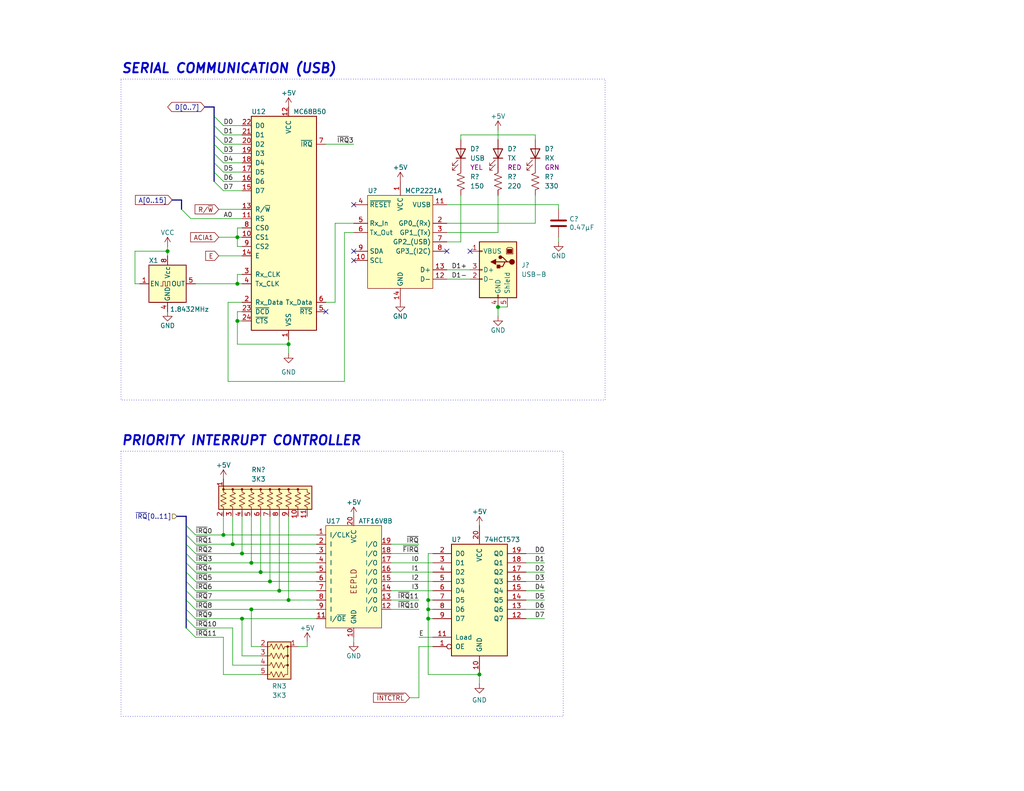
<source format=kicad_sch>
(kicad_sch (version 20230121) (generator eeschema)
  (paper "USLetter")
  (title_block (title "ACIA and Priority Interrupt Controller") (date "2024-01-16") (rev "1.0") (company "Frédéric Segard") (comment 1 "MicroHobbyist") (comment 2 "microhobbyist.com"))
  (lib_symbols
    (symbol "+5V_1" (power) (pin_names (offset 0))
      (property "Value" "+5V_1" (at 0 3.556 0))
      (symbol "+5V_1_0_1"
        (polyline (pts (xy -0.762 1.27) (xy 0 2.54)))
        (polyline (pts (xy 0 0) (xy 0 2.54)))
        (polyline (pts (xy 0 2.54) (xy 0.762 1.27)))
      )
      (symbol "+5V_1_1_1"
        (pin power_in line (at 0 0 90) (length 0) hide (name "+5V") (number "1"))
      )
    )
    (symbol "0_Library:ATF16V8B" (pin_names (offset 1.016))
      (property "Reference" "U" (at -7.62 0 0))
      (property "Value" "ATF16V8B" (at 1.27 0 0))
      (symbol "ATF16V8B_0_0"
        (text "EEPLD" (at 0 -16.51 900) (effects (font (size 1.4986 1.4986))))
      )
      (symbol "ATF16V8B_0_1"
        (rectangle (start -7.62 -1.27) (end 7.62 -29.21) (fill (type background)))
      )
      (symbol "ATF16V8B_1_1"
        (pin input line (at -10.16 -3.81 0) (length 2.54) (name "I/CLK") (number "1"))
        (pin power_in line (at 0 -31.75 90) (length 2.54) (name "GND") (number "10"))
        (pin input line (at -10.16 -26.67 0) (length 2.54) (name "I/~{OE}") (number "11"))
        (pin bidirectional line (at 10.16 -24.13 180) (length 2.54) (name "I/O") (number "12"))
        (pin bidirectional line (at 10.16 -21.59 180) (length 2.54) (name "I/O") (number "13"))
        (pin bidirectional line (at 10.16 -19.05 180) (length 2.54) (name "I/O") (number "14"))
        (pin bidirectional line (at 10.16 -16.51 180) (length 2.54) (name "I/O") (number "15"))
        (pin bidirectional line (at 10.16 -13.97 180) (length 2.54) (name "I/O") (number "16"))
        (pin bidirectional line (at 10.16 -11.43 180) (length 2.54) (name "I/O") (number "17"))
        (pin bidirectional line (at 10.16 -8.89 180) (length 2.54) (name "I/O") (number "18"))
        (pin bidirectional line (at 10.16 -6.35 180) (length 2.54) (name "I/O") (number "19"))
        (pin input line (at -10.16 -6.35 0) (length 2.54) (name "I") (number "2"))
        (pin power_in line (at 0 1.27 270) (length 2.54) (name "VCC") (number "20"))
        (pin input line (at -10.16 -8.89 0) (length 2.54) (name "I") (number "3"))
        (pin input line (at -10.16 -11.43 0) (length 2.54) (name "I") (number "4"))
        (pin input line (at -10.16 -13.97 0) (length 2.54) (name "I") (number "5"))
        (pin input line (at -10.16 -16.51 0) (length 2.54) (name "I") (number "6"))
        (pin input line (at -10.16 -19.05 0) (length 2.54) (name "I") (number "7"))
        (pin input line (at -10.16 -21.59 0) (length 2.54) (name "I") (number "8"))
        (pin input line (at -10.16 -24.13 0) (length 2.54) (name "I") (number "9"))
      )
    )
    (symbol "0_Library:MCP2221A"
      (property "Reference" "U" (at -10.16 1.27 0))
      (property "Value" "MCP2221A" (at 1.27 1.27 0))
      (symbol "MCP2221A_0_1"
        (rectangle (start -8.89 0) (end 8.89 -25.4) (stroke (width 0.1524)) (fill (type background)))
      )
      (symbol "MCP2221A_1_1"
        (pin power_in line (at 0 3.81 270) (length 3.81) (name "VCC") (number "1"))
        (pin bidirectional line (at -12.7 -17.78 0) (length 3.81) (name "SCL") (number "10"))
        (pin power_out line (at 12.7 -2.54 180) (length 3.81) (name "VUSB") (number "11"))
        (pin bidirectional line (at 12.7 -22.86 180) (length 3.81) (name "D-") (number "12"))
        (pin bidirectional line (at 12.7 -20.32 180) (length 3.81) (name "D+") (number "13"))
        (pin power_in line (at 0 -29.21 90) (length 3.81) (name "GND") (number "14"))
        (pin bidirectional line (at 12.7 -7.62 180) (length 3.81) (name "GP0_(Rx)") (number "2"))
        (pin bidirectional line (at 12.7 -10.16 180) (length 3.81) (name "GP1_(Tx)") (number "3"))
        (pin input line (at -12.7 -2.54 0) (length 3.81) (name "~{RESET}") (number "4"))
        (pin input line (at -12.7 -7.62 0) (length 3.81) (name "Rx_In") (number "5"))
        (pin output line (at -12.7 -10.16 0) (length 3.81) (name "Tx_Out") (number "6"))
        (pin bidirectional line (at 12.7 -12.7 180) (length 3.81) (name "GP2_(USB)") (number "7"))
        (pin bidirectional line (at 12.7 -15.24 180) (length 3.81) (name "GP3_(I2C)") (number "8"))
        (pin bidirectional line (at -12.7 -15.24 0) (length 3.81) (name "SDA") (number "9"))
      )
    )
    (symbol "74xx:74LS573" (pin_names (offset 1.016))
      (property "Reference" "U" (at -7.62 16.51 0))
      (property "Value" "74LS573" (at -7.62 -16.51 0))
      (symbol "74LS573_1_0"
        (pin input inverted (at -12.7 -12.7 0) (length 5.08) (name "OE") (number "1"))
        (pin power_in line (at 0 -20.32 90) (length 5.08) (name "GND") (number "10"))
        (pin input line (at -12.7 -10.16 0) (length 5.08) (name "Load") (number "11"))
        (pin tri_state line (at 12.7 -5.08 180) (length 5.08) (name "Q7") (number "12"))
        (pin tri_state line (at 12.7 -2.54 180) (length 5.08) (name "Q6") (number "13"))
        (pin tri_state line (at 12.7 0 180) (length 5.08) (name "Q5") (number "14"))
        (pin tri_state line (at 12.7 2.54 180) (length 5.08) (name "Q4") (number "15"))
        (pin tri_state line (at 12.7 5.08 180) (length 5.08) (name "Q3") (number "16"))
        (pin tri_state line (at 12.7 7.62 180) (length 5.08) (name "Q2") (number "17"))
        (pin tri_state line (at 12.7 10.16 180) (length 5.08) (name "Q1") (number "18"))
        (pin tri_state line (at 12.7 12.7 180) (length 5.08) (name "Q0") (number "19"))
        (pin input line (at -12.7 12.7 0) (length 5.08) (name "D0") (number "2"))
        (pin power_in line (at 0 20.32 270) (length 5.08) (name "VCC") (number "20"))
        (pin input line (at -12.7 10.16 0) (length 5.08) (name "D1") (number "3"))
        (pin input line (at -12.7 7.62 0) (length 5.08) (name "D2") (number "4"))
        (pin input line (at -12.7 5.08 0) (length 5.08) (name "D3") (number "5"))
        (pin input line (at -12.7 2.54 0) (length 5.08) (name "D4") (number "6"))
        (pin input line (at -12.7 0 0) (length 5.08) (name "D5") (number "7"))
        (pin input line (at -12.7 -2.54 0) (length 5.08) (name "D6") (number "8"))
        (pin input line (at -12.7 -5.08 0) (length 5.08) (name "D7") (number "9"))
      )
      (symbol "74LS573_1_1"
        (rectangle (start -7.62 15.24) (end 7.62 -15.24) (stroke (width 0.254)) (fill (type background)))
      )
    )
    (symbol "Connector:USB_B" (pin_names (offset 1.016))
      (property "Reference" "J" (at -5.08 11.43 0))
      (property "Value" "USB_B" (at -5.08 8.89 0))
      (symbol "USB_B_0_1"
        (rectangle (start -5.08 -7.62) (end 5.08 7.62) (stroke (width 0.254)) (fill (type background)))
        (circle (center -3.81 2.159) (radius 0.635) (stroke (width 0.254)) (fill (type outline)))
        (rectangle (start -3.81 5.588) (end -2.54 4.572) (fill (type outline)))
        (circle (center -0.635 3.429) (radius 0.381) (stroke (width 0.254)) (fill (type outline)))
        (rectangle (start -0.127 -7.62) (end 0.127 -6.858))
        (polyline (pts (xy -1.905 2.159) (xy 0.635 2.159)) (stroke (width 0.254)))
        (polyline (pts (xy -3.175 2.159) (xy -2.54 2.159) (xy -1.27 3.429) (xy -0.635 3.429)) (stroke (width 0.254)))
        (polyline (pts (xy -2.54 2.159) (xy -1.905 2.159) (xy -1.27 0.889) (xy 0 0.889)) (stroke (width 0.254)))
        (polyline (pts (xy 0.635 2.794) (xy 0.635 1.524) (xy 1.905 2.159) (xy 0.635 2.794)) (stroke (width 0.254)) (fill (type outline)))
        (polyline (pts (xy -4.064 4.318) (xy -2.286 4.318) (xy -2.286 5.715) (xy -2.667 6.096) (xy -3.683 6.096) (xy -4.064 5.715) (xy -4.064 4.318)))
        (rectangle (start 0.254 1.27) (end -0.508 0.508) (stroke (width 0.254)) (fill (type outline)))
        (rectangle (start 5.08 -2.667) (end 4.318 -2.413))
        (rectangle (start 5.08 -0.127) (end 4.318 0.127))
        (rectangle (start 5.08 4.953) (end 4.318 5.207))
      )
      (symbol "USB_B_1_1"
        (pin power_out line (at 7.62 5.08 180) (length 2.54) (name "VBUS") (number "1"))
        (pin bidirectional line (at 7.62 -2.54 180) (length 2.54) (name "D-") (number "2"))
        (pin bidirectional line (at 7.62 0 180) (length 2.54) (name "D+") (number "3"))
        (pin power_out line (at 0 -10.16 90) (length 2.54) (name "GND") (number "4"))
        (pin passive line (at -2.54 -10.16 90) (length 2.54) (name "Shield") (number "5"))
      )
    )
    (symbol "Device:C" (pin_numbers hide) (pin_names (offset 0.254))
      (property "Reference" "C" (at 0.635 2.54 0))
      (property "Value" "C" (at 0.635 -2.54 0))
      (symbol "C_0_1"
        (polyline (pts (xy -2.032 -0.762) (xy 2.032 -0.762)) (stroke (width 0.508)))
        (polyline (pts (xy -2.032 0.762) (xy 2.032 0.762)) (stroke (width 0.508)))
      )
      (symbol "C_1_1"
        (pin passive line (at 0 3.81 270) (length 2.794) (name "~") (number "1"))
        (pin passive line (at 0 -3.81 90) (length 2.794) (name "~") (number "2"))
      )
    )
    (symbol "Device:LED" (pin_numbers hide) (pin_names (offset 1.016) hide)
      (property "Reference" "D" (at 0 2.54 0))
      (property "Value" "LED" (at 0 -2.54 0))
      (symbol "LED_0_1"
        (polyline (pts (xy -1.27 -1.27) (xy -1.27 1.27)) (stroke (width 0.254)))
        (polyline (pts (xy -1.27 0) (xy 1.27 0)))
        (polyline (pts (xy 1.27 -1.27) (xy 1.27 1.27) (xy -1.27 0) (xy 1.27 -1.27)) (stroke (width 0.254)))
        (polyline (pts (xy -3.048 -0.762) (xy -4.572 -2.286) (xy -3.81 -2.286) (xy -4.572 -2.286) (xy -4.572 -1.524)))
        (polyline (pts (xy -1.778 -0.762) (xy -3.302 -2.286) (xy -2.54 -2.286) (xy -3.302 -2.286) (xy -3.302 -1.524)))
      )
      (symbol "LED_1_1"
        (pin passive line (at -3.81 0 0) (length 2.54) (name "K") (number "1"))
        (pin passive line (at 3.81 0 180) (length 2.54) (name "A") (number "2"))
      )
    )
    (symbol "Device:R_Network04_US" (pin_names (offset 0) hide)
      (property "Reference" "RN" (at -7.62 0 90))
      (property "Value" "R_Network04_US" (at 5.08 0 90))
      (symbol "R_Network04_US_0_1"
        (rectangle (start -6.35 -3.175) (end 3.81 3.175) (stroke (width 0.254)) (fill (type background)))
        (circle (center -5.08 2.286) (radius 0.254) (fill (type outline)))
        (circle (center -2.54 2.286) (radius 0.254) (fill (type outline)))
        (polyline (pts (xy -5.08 2.286) (xy 2.54 2.286)))
        (polyline (pts (xy -5.08 2.286) (xy -5.08 1.524) (xy -4.318 1.1684) (xy -5.842 0.508) (xy -4.318 -0.1524) (xy -5.842 -0.8382) (xy -4.318 -1.524) (xy -5.842 -2.1844) (xy -5.08 -2.54) (xy -5.08 -3.81)))
        (polyline (pts (xy -2.54 2.286) (xy -2.54 1.524) (xy -1.778 1.1684) (xy -3.302 0.508) (xy -1.778 -0.1524) (xy -3.302 -0.8382) (xy -1.778 -1.524) (xy -3.302 -2.1844) (xy -2.54 -2.54) (xy -2.54 -3.81)))
        (polyline (pts (xy 0 2.286) (xy 0 1.524) (xy 0.762 1.1684) (xy -0.762 0.508) (xy 0.762 -0.1524) (xy -0.762 -0.8382) (xy 0.762 -1.524) (xy -0.762 -2.1844) (xy 0 -2.54) (xy 0 -3.81)))
        (polyline (pts (xy 2.54 2.286) (xy 2.54 1.524) (xy 3.302 1.1684) (xy 1.778 0.508) (xy 3.302 -0.1524) (xy 1.778 -0.8382) (xy 3.302 -1.524) (xy 1.778 -2.1844) (xy 2.54 -2.54) (xy 2.54 -3.81)))
        (circle (center 0 2.286) (radius 0.254) (fill (type outline)))
      )
      (symbol "R_Network04_US_1_1"
        (pin passive line (at -5.08 5.08 270) (length 2.54) (name "common") (number "1"))
        (pin passive line (at -5.08 -5.08 90) (length 1.27) (name "R1") (number "2"))
        (pin passive line (at -2.54 -5.08 90) (length 1.27) (name "R2") (number "3"))
        (pin passive line (at 0 -5.08 90) (length 1.27) (name "R3") (number "4"))
        (pin passive line (at 2.54 -5.08 90) (length 1.27) (name "R4") (number "5"))
      )
    )
    (symbol "Device:R_Network10_US" (pin_names (offset 0) hide)
      (property "Reference" "RN" (at -15.24 0 90))
      (property "Value" "R_Network10_US" (at 12.7 0 90))
      (symbol "R_Network10_US_0_1"
        (rectangle (start -13.97 -3.175) (end 11.43 3.175) (stroke (width 0.254)) (fill (type background)))
        (circle (center -12.7 2.286) (radius 0.254) (fill (type outline)))
        (circle (center -10.16 2.286) (radius 0.254) (fill (type outline)))
        (circle (center -7.62 2.286) (radius 0.254) (fill (type outline)))
        (circle (center -5.08 2.286) (radius 0.254) (fill (type outline)))
        (circle (center -2.54 2.286) (radius 0.254) (fill (type outline)))
        (polyline (pts (xy -12.7 2.286) (xy 10.16 2.286)))
        (polyline (pts (xy -12.7 2.286) (xy -12.7 1.524) (xy -11.938 1.1684) (xy -13.462 0.508) (xy -11.938 -0.1524) (xy -13.462 -0.8382) (xy -11.938 -1.524) (xy -13.462 -2.1844) (xy -12.7 -2.54) (xy -12.7 -3.81)))
        (polyline (pts (xy -10.16 2.286) (xy -10.16 1.524) (xy -9.398 1.1684) (xy -10.922 0.508) (xy -9.398 -0.1524) (xy -10.922 -0.8382) (xy -9.398 -1.524) (xy -10.922 -2.1844) (xy -10.16 -2.54) (xy -10.16 -3.81)))
        (polyline (pts (xy -7.62 2.286) (xy -7.62 1.524) (xy -6.858 1.1684) (xy -8.382 0.508) (xy -6.858 -0.1524) (xy -8.382 -0.8382) (xy -6.858 -1.524) (xy -8.382 -2.1844) (xy -7.62 -2.54) (xy -7.62 -3.81)))
        (polyline (pts (xy -5.08 2.286) (xy -5.08 1.524) (xy -4.318 1.1684) (xy -5.842 0.508) (xy -4.318 -0.1524) (xy -5.842 -0.8382) (xy -4.318 -1.524) (xy -5.842 -2.1844) (xy -5.08 -2.54) (xy -5.08 -3.81)))
        (polyline (pts (xy -2.54 2.286) (xy -2.54 1.524) (xy -1.778 1.1684) (xy -3.302 0.508) (xy -1.778 -0.1524) (xy -3.302 -0.8382) (xy -1.778 -1.524) (xy -3.302 -2.1844) (xy -2.54 -2.54) (xy -2.54 -3.81)))
        (polyline (pts (xy 0 2.286) (xy 0 1.524) (xy 0.762 1.1684) (xy -0.762 0.508) (xy 0.762 -0.1524) (xy -0.762 -0.8382) (xy 0.762 -1.524) (xy -0.762 -2.1844) (xy 0 -2.54) (xy 0 -3.81)))
        (polyline (pts (xy 2.54 2.286) (xy 2.54 1.524) (xy 3.302 1.1684) (xy 1.778 0.508) (xy 3.302 -0.1524) (xy 1.778 -0.8382) (xy 3.302 -1.524) (xy 1.778 -2.1844) (xy 2.54 -2.54) (xy 2.54 -3.81)))
        (polyline (pts (xy 5.08 2.286) (xy 5.08 1.524) (xy 5.842 1.1684) (xy 4.318 0.508) (xy 5.842 -0.1524) (xy 4.318 -0.8382) (xy 5.842 -1.524) (xy 4.318 -2.1844) (xy 5.08 -2.54) (xy 5.08 -3.81)))
        (polyline (pts (xy 7.62 2.286) (xy 7.62 1.524) (xy 8.382 1.1684) (xy 6.858 0.508) (xy 8.382 -0.1524) (xy 6.858 -0.8382) (xy 8.382 -1.524) (xy 6.858 -2.1844) (xy 7.62 -2.54) (xy 7.62 -3.81)))
        (polyline (pts (xy 10.16 2.286) (xy 10.16 1.524) (xy 10.922 1.1684) (xy 9.398 0.508) (xy 10.922 -0.1524) (xy 9.398 -0.8382) (xy 10.922 -1.524) (xy 9.398 -2.1844) (xy 10.16 -2.54) (xy 10.16 -3.81)))
        (circle (center 0 2.286) (radius 0.254) (fill (type outline)))
        (circle (center 2.54 2.286) (radius 0.254) (fill (type outline)))
        (circle (center 5.08 2.286) (radius 0.254) (fill (type outline)))
        (circle (center 7.62 2.286) (radius 0.254) (fill (type outline)))
      )
      (symbol "R_Network10_US_1_1"
        (pin passive line (at -12.7 5.08 270) (length 2.54) (name "common") (number "1"))
        (pin passive line (at 7.62 -5.08 90) (length 1.27) (name "R9") (number "10"))
        (pin passive line (at 10.16 -5.08 90) (length 1.27) (name "R10") (number "11"))
        (pin passive line (at -12.7 -5.08 90) (length 1.27) (name "R1") (number "2"))
        (pin passive line (at -10.16 -5.08 90) (length 1.27) (name "R2") (number "3"))
        (pin passive line (at -7.62 -5.08 90) (length 1.27) (name "R3") (number "4"))
        (pin passive line (at -5.08 -5.08 90) (length 1.27) (name "R4") (number "5"))
        (pin passive line (at -2.54 -5.08 90) (length 1.27) (name "R5") (number "6"))
        (pin passive line (at 0 -5.08 90) (length 1.27) (name "R6") (number "7"))
        (pin passive line (at 2.54 -5.08 90) (length 1.27) (name "R7") (number "8"))
        (pin passive line (at 5.08 -5.08 90) (length 1.27) (name "R8") (number "9"))
      )
    )
    (symbol "Device:R_US" (pin_numbers hide) (pin_names (offset 0))
      (property "Reference" "R" (at 2.54 0 90))
      (property "Value" "R_US" (at -2.54 0 90))
      (symbol "R_US_0_1"
        (polyline (pts (xy 0 -2.286) (xy 0 -2.54)))
        (polyline (pts (xy 0 2.286) (xy 0 2.54)))
        (polyline (pts (xy 0 -0.762) (xy 1.016 -1.143) (xy 0 -1.524) (xy -1.016 -1.905) (xy 0 -2.286)))
        (polyline (pts (xy 0 0.762) (xy 1.016 0.381) (xy 0 0) (xy -1.016 -0.381) (xy 0 -0.762)))
        (polyline (pts (xy 0 2.286) (xy 1.016 1.905) (xy 0 1.524) (xy -1.016 1.143) (xy 0 0.762)))
      )
      (symbol "R_US_1_1"
        (pin passive line (at 0 3.81 270) (length 1.27) (name "~") (number "1"))
        (pin passive line (at 0 -3.81 90) (length 1.27) (name "~") (number "2"))
      )
    )
    (symbol "GND_1" (power) (pin_names (offset 0))
      (property "Value" "GND_1" (at 0 -3.81 0))
      (symbol "GND_1_0_1"
        (polyline (pts (xy 0 0) (xy 0 -1.27) (xy 1.27 -1.27) (xy 0 -2.54) (xy -1.27 -1.27) (xy 0 -1.27)))
      )
      (symbol "GND_1_1_1"
        (pin power_in line (at 0 0 270) (length 0) hide (name "GND") (number "1"))
      )
    )
    (symbol "Interface_UART:MC68B50" (pin_names (offset 1.016))
      (property "Reference" "U" (at -7.366 31.75 0))
      (property "Value" "MC68B50" (at 10.414 31.75 0))
      (symbol "MC68B50_1_1"
        (rectangle (start -10.16 -27.94) (end 7.62 30.48) (stroke (width 0.254)) (fill (type background)))
        (pin power_in line (at 0 -30.48 90) (length 2.54) (name "VSS") (number "1"))
        (pin input line (at -12.7 -2.54 0) (length 2.54) (name "CS1") (number "10"))
        (pin input line (at -12.7 2.54 0) (length 2.54) (name "RS") (number "11"))
        (pin power_in line (at 0 33.02 270) (length 2.54) (name "VCC") (number "12"))
        (pin input line (at -12.7 5.08 0) (length 2.54) (name "R/~{W}") (number "13"))
        (pin input line (at -12.7 -7.62 0) (length 2.54) (name "E") (number "14"))
        (pin bidirectional line (at -12.7 10.16 0) (length 2.54) (name "D7") (number "15"))
        (pin bidirectional line (at -12.7 12.7 0) (length 2.54) (name "D6") (number "16"))
        (pin bidirectional line (at -12.7 15.24 0) (length 2.54) (name "D5") (number "17"))
        (pin bidirectional line (at -12.7 17.78 0) (length 2.54) (name "D4") (number "18"))
        (pin bidirectional line (at -12.7 20.32 0) (length 2.54) (name "D3") (number "19"))
        (pin input line (at -12.7 -20.32 0) (length 2.54) (name "Rx_Data") (number "2"))
        (pin bidirectional line (at -12.7 22.86 0) (length 2.54) (name "D2") (number "20"))
        (pin bidirectional line (at -12.7 25.4 0) (length 2.54) (name "D1") (number "21"))
        (pin bidirectional line (at -12.7 27.94 0) (length 2.54) (name "D0") (number "22"))
        (pin input line (at -12.7 -22.86 0) (length 2.54) (name "~{DCD}") (number "23"))
        (pin input line (at -12.7 -25.4 0) (length 2.54) (name "~{CTS}") (number "24"))
        (pin input line (at -12.7 -12.7 0) (length 2.54) (name "Rx_CLK") (number "3"))
        (pin input line (at -12.7 -15.24 0) (length 2.54) (name "Tx_CLK") (number "4"))
        (pin output line (at 10.16 -22.86 180) (length 2.54) (name "~{RTS}") (number "5"))
        (pin output line (at 10.16 -20.32 180) (length 2.54) (name "Tx_Data") (number "6"))
        (pin output line (at 10.16 22.86 180) (length 2.54) (name "~{IRQ}") (number "7"))
        (pin input line (at -12.7 0 0) (length 2.54) (name "CS0") (number "8"))
        (pin input line (at -12.7 -5.08 0) (length 2.54) (name "CS2") (number "9"))
      )
    )
    (symbol "Oscillator:CXO_DIP8" (pin_names (offset 0.254))
      (property "Reference" "X" (at -5.08 6.35 0))
      (property "Value" "CXO_DIP8" (at 1.27 -6.35 0))
      (symbol "CXO_DIP8_0_1"
        (rectangle (start -5.08 5.08) (end 5.08 -5.08) (stroke (width 0.254)) (fill (type background)))
        (polyline (pts (xy -1.905 -0.635) (xy -1.27 -0.635) (xy -1.27 0.635) (xy -0.635 0.635) (xy -0.635 -0.635) (xy 0 -0.635) (xy 0 0.635) (xy 0.635 0.635) (xy 0.635 -0.635)))
      )
      (symbol "CXO_DIP8_1_1"
        (pin input line (at -7.62 0 0) (length 2.54) (name "EN") (number "1"))
        (pin power_in line (at 0 -7.62 90) (length 2.54) (name "GND") (number "4"))
        (pin output line (at 7.62 0 180) (length 2.54) (name "OUT") (number "5"))
        (pin power_in line (at 0 7.62 270) (length 2.54) (name "Vcc") (number "8"))
      )
    )
    (symbol "power:GND" (power) (pin_names (offset 0))
      (property "Value" "GND" (at 0 -3.81 0))
      (symbol "GND_0_1"
        (polyline (pts (xy 0 0) (xy 0 -1.27) (xy 1.27 -1.27) (xy 0 -2.54) (xy -1.27 -1.27) (xy 0 -1.27)))
      )
      (symbol "GND_1_1"
        (pin power_in line (at 0 0 270) (length 0) hide (name "GND") (number "1"))
      )
    )
    (symbol "power:VCC" (power) (pin_names (offset 0))
      (property "Value" "VCC" (at 0 3.81 0))
      (symbol "VCC_0_1"
        (polyline (pts (xy -0.762 1.27) (xy 0 2.54)))
        (polyline (pts (xy 0 0) (xy 0 2.54)))
        (polyline (pts (xy 0 2.54) (xy 0.762 1.27)))
      )
      (symbol "VCC_1_1"
        (pin power_in line (at 0 0 90) (length 0) hide (name "VCC") (number "1"))
      )
    )
  )
  (junction (at 78.74 93.98))
  (junction (at 68.58 166.37))
  (junction (at 116.84 166.37))
  (junction (at 71.12 156.21))
  (junction (at 78.74 163.83))
  (junction (at 45.72 68.58))
  (junction (at 66.04 151.13))
  (junction (at 130.81 184.15))
  (junction (at 116.84 163.83))
  (junction (at 66.04 168.91))
  (junction (at 68.58 153.67))
  (junction (at 64.77 87.63))
  (junction (at 73.66 158.75))
  (junction (at 135.89 83.82))
  (junction (at 76.2 161.29))
  (junction (at 116.84 168.91))
  (junction (at 64.77 77.47))
  (junction (at 60.96 146.05))
  (junction (at 64.77 64.77))
  (junction (at 63.5 148.59))
  (no_connect (at 96.52 68.58))
  (no_connect (at 128.27 68.58))
  (no_connect (at 96.52 71.12))
  (no_connect (at 88.9 85.09))
  (no_connect (at 96.52 55.88))
  (no_connect (at 121.92 68.58))
  (bus_entry (at 58.42 46.99) (size 2.54 2.54))
  (bus_entry (at 50.8 156.21) (size 2.54 2.54))
  (bus_entry (at 50.8 153.67) (size 2.54 2.54))
  (bus_entry (at 50.8 158.75) (size 2.54 2.54))
  (bus_entry (at 58.42 44.45) (size 2.54 2.54))
  (bus_entry (at 50.8 151.13) (size 2.54 2.54))
  (bus_entry (at 50.8 163.83) (size 2.54 2.54))
  (bus_entry (at 50.8 166.37) (size 2.54 2.54))
  (bus_entry (at 58.42 49.53) (size 2.54 2.54))
  (bus_entry (at 50.8 171.45) (size 2.54 2.54))
  (bus_entry (at 50.8 168.91) (size 2.54 2.54))
  (bus_entry (at 58.42 34.29) (size 2.54 2.54))
  (bus_entry (at 58.42 41.91) (size 2.54 2.54))
  (bus_entry (at 50.8 148.59) (size 2.54 2.54))
  (bus_entry (at 58.42 36.83) (size 2.54 2.54))
  (bus_entry (at 58.42 31.75) (size 2.54 2.54))
  (bus_entry (at 50.8 161.29) (size 2.54 2.54))
  (bus_entry (at 50.8 146.05) (size 2.54 2.54))
  (bus_entry (at 58.42 39.37) (size 2.54 2.54))
  (bus_entry (at 50.8 143.51) (size 2.54 2.54))
  (bus_entry (at 49.53 57.15) (size 2.54 2.54))
  (wire (pts (xy 60.96 46.99) (xy 66.04 46.99)))
  (wire (pts (xy 36.83 77.47) (xy 36.83 68.58)))
  (wire (pts (xy 78.74 93.98) (xy 78.74 96.52)))
  (bus (pts (xy 50.8 168.91) (xy 50.8 171.45)))
  (wire (pts (xy 64.77 64.77) (xy 66.04 64.77)))
  (bus (pts (xy 58.42 34.29) (xy 58.42 31.75)))
  (wire (pts (xy 53.34 153.67) (xy 68.58 153.67)))
  (wire (pts (xy 60.96 184.15) (xy 60.96 173.99)))
  (wire (pts (xy 68.58 166.37) (xy 86.36 166.37)))
  (wire (pts (xy 146.05 36.83) (xy 146.05 38.1)))
  (wire (pts (xy 64.77 93.98) (xy 78.74 93.98)))
  (wire (pts (xy 116.84 166.37) (xy 118.11 166.37)))
  (wire (pts (xy 66.04 168.91) (xy 86.36 168.91)))
  (wire (pts (xy 53.34 161.29) (xy 76.2 161.29)))
  (wire (pts (xy 71.12 156.21) (xy 86.36 156.21)))
  (wire (pts (xy 106.68 161.29) (xy 118.11 161.29)))
  (wire (pts (xy 62.23 82.55) (xy 66.04 82.55)))
  (wire (pts (xy 53.34 171.45) (xy 63.5 171.45)))
  (wire (pts (xy 106.68 148.59) (xy 114.3 148.59)))
  (bus (pts (xy 50.8 163.83) (xy 50.8 166.37)))
  (wire (pts (xy 111.76 190.5) (xy 114.3 190.5)))
  (wire (pts (xy 63.5 140.97) (xy 63.5 148.59)))
  (wire (pts (xy 71.12 140.97) (xy 71.12 156.21)))
  (bus (pts (xy 55.88 29.21) (xy 58.42 29.21)))
  (bus (pts (xy 58.42 46.99) (xy 58.42 44.45)))
  (wire (pts (xy 53.34 173.99) (xy 60.96 173.99)))
  (wire (pts (xy 60.96 36.83) (xy 66.04 36.83)))
  (bus (pts (xy 58.42 36.83) (xy 58.42 34.29)))
  (wire (pts (xy 78.74 140.97) (xy 78.74 163.83)))
  (wire (pts (xy 66.04 87.63) (xy 64.77 87.63)))
  (wire (pts (xy 125.73 36.83) (xy 125.73 38.1)))
  (wire (pts (xy 118.11 151.13) (xy 116.84 151.13)))
  (wire (pts (xy 91.44 82.55) (xy 91.44 60.96)))
  (wire (pts (xy 93.98 63.5) (xy 96.52 63.5)))
  (bus (pts (xy 58.42 49.53) (xy 58.42 46.99)))
  (wire (pts (xy 146.05 60.96) (xy 146.05 53.34)))
  (wire (pts (xy 59.69 57.15) (xy 66.04 57.15)))
  (wire (pts (xy 66.04 151.13) (xy 86.36 151.13)))
  (wire (pts (xy 143.51 166.37) (xy 148.59 166.37)))
  (wire (pts (xy 63.5 148.59) (xy 86.36 148.59)))
  (wire (pts (xy 116.84 184.15) (xy 130.81 184.15)))
  (wire (pts (xy 114.3 173.99) (xy 118.11 173.99)))
  (wire (pts (xy 60.96 34.29) (xy 66.04 34.29)))
  (wire (pts (xy 68.58 166.37) (xy 68.58 176.53)))
  (wire (pts (xy 71.12 179.07) (xy 66.04 179.07)))
  (bus (pts (xy 50.8 166.37) (xy 50.8 168.91)))
  (wire (pts (xy 135.89 83.82) (xy 135.89 86.36)))
  (wire (pts (xy 53.34 158.75) (xy 73.66 158.75)))
  (wire (pts (xy 71.12 181.61) (xy 63.5 181.61)))
  (bus (pts (xy 50.8 161.29) (xy 50.8 163.83)))
  (wire (pts (xy 143.51 151.13) (xy 148.59 151.13)))
  (wire (pts (xy 60.96 39.37) (xy 66.04 39.37)))
  (wire (pts (xy 143.51 161.29) (xy 148.59 161.29)))
  (wire (pts (xy 78.74 93.98) (xy 78.74 92.71)))
  (bus (pts (xy 50.8 148.59) (xy 50.8 146.05)))
  (wire (pts (xy 116.84 168.91) (xy 116.84 184.15)))
  (wire (pts (xy 76.2 140.97) (xy 76.2 161.29)))
  (bus (pts (xy 50.8 156.21) (xy 50.8 153.67)))
  (wire (pts (xy 38.1 77.47) (xy 36.83 77.47)))
  (bus (pts (xy 48.26 140.97) (xy 50.8 140.97)))
  (wire (pts (xy 60.96 41.91) (xy 66.04 41.91)))
  (bus (pts (xy 50.8 153.67) (xy 50.8 151.13)))
  (wire (pts (xy 60.96 146.05) (xy 86.36 146.05)))
  (wire (pts (xy 73.66 158.75) (xy 86.36 158.75)))
  (bus (pts (xy 50.8 146.05) (xy 50.8 143.51)))
  (wire (pts (xy 62.23 104.14) (xy 93.98 104.14)))
  (wire (pts (xy 143.51 158.75) (xy 148.59 158.75)))
  (wire (pts (xy 53.34 166.37) (xy 68.58 166.37)))
  (wire (pts (xy 121.92 73.66) (xy 128.27 73.66)))
  (wire (pts (xy 135.89 83.82) (xy 138.43 83.82)))
  (wire (pts (xy 45.72 68.58) (xy 45.72 69.85)))
  (wire (pts (xy 106.68 156.21) (xy 118.11 156.21)))
  (wire (pts (xy 68.58 153.67) (xy 86.36 153.67)))
  (wire (pts (xy 60.96 49.53) (xy 66.04 49.53)))
  (bus (pts (xy 50.8 143.51) (xy 50.8 140.97)))
  (wire (pts (xy 86.36 163.83) (xy 78.74 163.83)))
  (bus (pts (xy 58.42 44.45) (xy 58.42 41.91)))
  (wire (pts (xy 106.68 166.37) (xy 114.3 166.37)))
  (wire (pts (xy 64.77 87.63) (xy 64.77 85.09)))
  (wire (pts (xy 66.04 168.91) (xy 66.04 179.07)))
  (wire (pts (xy 125.73 53.34) (xy 125.73 66.04)))
  (wire (pts (xy 83.82 176.53) (xy 81.28 176.53)))
  (wire (pts (xy 68.58 140.97) (xy 68.58 153.67)))
  (wire (pts (xy 114.3 176.53) (xy 118.11 176.53)))
  (wire (pts (xy 62.23 104.14) (xy 62.23 82.55)))
  (wire (pts (xy 135.89 63.5) (xy 135.89 53.34)))
  (wire (pts (xy 121.92 60.96) (xy 146.05 60.96)))
  (bus (pts (xy 58.42 41.91) (xy 58.42 39.37)))
  (wire (pts (xy 60.96 140.97) (xy 60.96 146.05)))
  (wire (pts (xy 64.77 77.47) (xy 64.77 74.93)))
  (wire (pts (xy 64.77 67.31) (xy 64.77 64.77)))
  (wire (pts (xy 45.72 67.31) (xy 45.72 68.58)))
  (wire (pts (xy 64.77 74.93) (xy 66.04 74.93)))
  (wire (pts (xy 143.51 163.83) (xy 148.59 163.83)))
  (bus (pts (xy 50.8 151.13) (xy 50.8 148.59)))
  (bus (pts (xy 50.8 158.75) (xy 50.8 156.21)))
  (wire (pts (xy 106.68 158.75) (xy 118.11 158.75)))
  (wire (pts (xy 106.68 153.67) (xy 118.11 153.67)))
  (wire (pts (xy 143.51 153.67) (xy 148.59 153.67)))
  (wire (pts (xy 152.4 57.15) (xy 152.4 55.88)))
  (wire (pts (xy 52.07 59.69) (xy 66.04 59.69)))
  (wire (pts (xy 106.68 163.83) (xy 114.3 163.83)))
  (bus (pts (xy 58.42 31.75) (xy 58.42 29.21)))
  (wire (pts (xy 53.34 156.21) (xy 71.12 156.21)))
  (wire (pts (xy 114.3 176.53) (xy 114.3 190.5)))
  (wire (pts (xy 116.84 168.91) (xy 118.11 168.91)))
  (wire (pts (xy 121.92 55.88) (xy 152.4 55.88)))
  (wire (pts (xy 143.51 168.91) (xy 148.59 168.91)))
  (wire (pts (xy 53.34 146.05) (xy 60.96 146.05)))
  (wire (pts (xy 91.44 60.96) (xy 96.52 60.96)))
  (wire (pts (xy 60.96 52.07) (xy 66.04 52.07)))
  (wire (pts (xy 66.04 77.47) (xy 64.77 77.47)))
  (wire (pts (xy 64.77 87.63) (xy 64.77 93.98)))
  (wire (pts (xy 71.12 184.15) (xy 60.96 184.15)))
  (wire (pts (xy 93.98 63.5) (xy 93.98 104.14)))
  (wire (pts (xy 36.83 68.58) (xy 45.72 68.58)))
  (wire (pts (xy 73.66 140.97) (xy 73.66 158.75)))
  (wire (pts (xy 53.34 148.59) (xy 63.5 148.59)))
  (bus (pts (xy 49.53 57.15) (xy 49.53 54.61)))
  (wire (pts (xy 53.34 163.83) (xy 78.74 163.83)))
  (wire (pts (xy 135.89 35.56) (xy 135.89 38.1)))
  (wire (pts (xy 63.5 181.61) (xy 63.5 171.45)))
  (wire (pts (xy 83.82 175.26) (xy 83.82 176.53)))
  (wire (pts (xy 116.84 163.83) (xy 118.11 163.83)))
  (wire (pts (xy 96.52 175.26) (xy 96.52 173.99)))
  (wire (pts (xy 116.84 151.13) (xy 116.84 163.83)))
  (wire (pts (xy 76.2 161.29) (xy 86.36 161.29)))
  (wire (pts (xy 53.34 168.91) (xy 66.04 168.91)))
  (wire (pts (xy 116.84 166.37) (xy 116.84 168.91)))
  (bus (pts (xy 50.8 161.29) (xy 50.8 158.75)))
  (wire (pts (xy 59.69 69.85) (xy 66.04 69.85)))
  (wire (pts (xy 71.12 176.53) (xy 68.58 176.53)))
  (wire (pts (xy 143.51 156.21) (xy 148.59 156.21)))
  (wire (pts (xy 88.9 39.37) (xy 96.52 39.37)))
  (wire (pts (xy 130.81 184.15) (xy 130.81 186.69)))
  (wire (pts (xy 88.9 82.55) (xy 91.44 82.55)))
  (wire (pts (xy 125.73 36.83) (xy 146.05 36.83)))
  (wire (pts (xy 66.04 67.31) (xy 64.77 67.31)))
  (wire (pts (xy 66.04 62.23) (xy 64.77 62.23)))
  (wire (pts (xy 53.34 151.13) (xy 66.04 151.13)))
  (wire (pts (xy 106.68 151.13) (xy 114.3 151.13)))
  (wire (pts (xy 121.92 66.04) (xy 125.73 66.04)))
  (wire (pts (xy 121.92 63.5) (xy 135.89 63.5)))
  (wire (pts (xy 64.77 85.09) (xy 66.04 85.09)))
  (wire (pts (xy 152.4 66.04) (xy 152.4 64.77)))
  (wire (pts (xy 53.34 77.47) (xy 64.77 77.47)))
  (wire (pts (xy 116.84 163.83) (xy 116.84 166.37)))
  (wire (pts (xy 60.96 44.45) (xy 66.04 44.45)))
  (bus (pts (xy 58.42 39.37) (xy 58.42 36.83)))
  (wire (pts (xy 121.92 76.2) (xy 128.27 76.2)))
  (wire (pts (xy 66.04 140.97) (xy 66.04 151.13)))
  (bus (pts (xy 46.99 54.61) (xy 49.53 54.61)))
  (wire (pts (xy 59.69 64.77) (xy 64.77 64.77)))
  (wire (pts (xy 64.77 62.23) (xy 64.77 64.77)))
  (rectangle (start 33.02 123.19) (end 153.67 195.58) (stroke (width 0) (type dot)))
  (rectangle (start 33.02 21.59) (end 165.1 109.22) (stroke (width 0) (type dot)))
  (text "PRIORITY INTERRUPT CONTROLLER" (at 33.02 121.92 0) (effects (font (size 2.54 2.54) (thickness 0.508) bold italic) (justify left bottom)))
  (text "SERIAL COMMUNICATION (USB)" (at 33.02 20.32 0) (effects (font (size 2.54 2.54) (thickness 0.508) bold italic) (justify left bottom)))
  (label "D1+" (at 123.19 73.66 0))
  (label "~{IRQ}8" (at 53.34 166.37 0))
  (label "~{IRQ}2" (at 53.34 151.13 0))
  (label "~{IRQ}4" (at 53.34 156.21 0))
  (label "D6" (at 148.59 166.37 180))
  (label "D5" (at 148.59 163.83 180))
  (label "I0" (at 114.3 153.67 180))
  (label "~{IRQ}11" (at 114.3 163.83 180))
  (label "~{IRQ}7" (at 53.34 163.83 0))
  (label "D6" (at 60.96 49.53 0))
  (label "~{IRQ}" (at 114.3 148.59 180))
  (label "D7" (at 148.59 168.91 180))
  (label "I3" (at 114.3 161.29 180))
  (label "~{IRQ}1" (at 53.34 148.59 0))
  (label "~{IRQ}9" (at 53.34 168.91 0))
  (label "D3" (at 60.96 41.91 0))
  (label "D5" (at 60.96 46.99 0))
  (label "A0" (at 60.96 59.69 0))
  (label "~{IRQ}10" (at 53.34 171.45 0))
  (label "~{FIRQ}" (at 114.3 151.13 180))
  (label "D4" (at 60.96 44.45 0))
  (label "D1-" (at 123.19 76.2 0))
  (label "D4" (at 148.59 161.29 180))
  (label "D1" (at 148.59 153.67 180))
  (label "I1" (at 114.3 156.21 180))
  (label "~{IRQ}5" (at 53.34 158.75 0))
  (label "D0" (at 148.59 151.13 180))
  (label "~{IRQ}11" (at 53.34 173.99 0))
  (label "I2" (at 114.3 158.75 180))
  (label "~{IRQ}10" (at 114.3 166.37 180))
  (label "D2" (at 148.59 156.21 180))
  (label "D1" (at 60.96 36.83 0))
  (label "D0" (at 60.96 34.29 0))
  (label "~{IRQ}0" (at 53.34 146.05 0))
  (label "D2" (at 60.96 39.37 0))
  (label "~{IRQ}3" (at 96.52 39.37 180))
  (label "E" (at 114.3 173.99 0))
  (label "D7" (at 60.96 52.07 0))
  (label "~{IRQ}3" (at 53.34 153.67 0))
  (label "D3" (at 148.59 158.75 180))
  (label "~{IRQ}6" (at 53.34 161.29 0))
  (global_label "D[0..7]" (shape bidirectional) (at 55.88 29.21 180) (property "Intersheetrefs" "${INTERSHEET_REFS}" (effects hide)))
  (global_label "E" (shape input) (at 59.69 69.85 180) (property "Intersheetrefs" "${INTERSHEET_REFS}" (effects hide)))
  (global_label "ACIA1" (shape input) (at 59.69 64.77 180) (property "Intersheetrefs" "${INTERSHEET_REFS}" (effects hide)))
  (global_label "A[0..15]" (shape input) (at 46.99 54.61 180) (property "Intersheetrefs" "${INTERSHEET_REFS}" (effects hide)))
  (global_label "R{slash}~{W}" (shape input) (at 59.69 57.15 180) (property "Intersheetrefs" "${INTERSHEET_REFS}" (effects hide)))
  (global_label "~{INTCTRL}" (shape input) (at 111.76 190.5 180) (property "Intersheetrefs" "${INTERSHEET_REFS}" (effects hide)))
  (hierarchical_label "~{IRQ}[0..11]" (shape input) (at 48.26 140.97 180))
  (symbol (lib_id "power:GND") (at 78.74 96.52 0) (unit 1)
    (property "Reference" "#PWR052" (effects hide))
    (property "Value" "GND" (at 78.74 101.6 0))
  )
  (symbol (lib_id "power:VCC") (at 45.72 67.31 0) (unit 1)
    (property "Reference" "#PWR021" (effects hide))
    (property "Value" "VCC" (at 45.72 63.5 0))
    (instances (project "Ep4 - ACIA and priority encoder" (path "" (reference "#PWR021") (unit 1)) (path "" (reference "#PWR053") (unit 1))))
  )
  (symbol (lib_id "Device:LED") (at 135.89 41.91 270) (mirror x) (unit 1)
    (property "Reference" "D?" (at 138.43 40.64 90) (effects (justify left)))
    (property "Value" "TX" (at 138.43 43.18 90) (effects (justify left)))
    (property "Footprint" "LED_THT:LED_D3.0mm_Horizontal_O1.27mm_Z2.0mm_Clear" (effects hide))
    (property "Color" "RED" (at 138.43 45.72 90) (effects (justify left)))
    (instances (project "1 - Main CPU board with basic peripherals (rev5)" (path "" (reference "D?") (unit 1))) (project "1 - Main CPU card with CTC, SIO and PIO" (path "" (reference "D?") (unit 1)) (path "" (reference "D?") (unit 1))) (project "4 - Quad serial" (path "" (reference "D9") (unit 1))) (project "Ep4 - ACIA and priority encoder" (path "" (reference "D4") (unit 1))))
  )
  (symbol (lib_name "GND_1") (lib_id "power:GND") (at 152.4 66.04 0) (unit 1)
    (property "Reference" "#PWR?" (effects hide))
    (property "Value" "GND" (at 152.4 69.85 0))
    (instances (project "1 - Main CPU board with basic peripherals (rev5)" (path "" (reference "#PWR?") (unit 1))) (project "2 - CPU and memory card with the essential peripherals" (path "" (reference "#PWR?") (unit 1))) (project "4 - Quad serial" (path "" (reference "#PWR?") (unit 1)) (path "" (reference "#PWR?") (unit 1)) (path "" (reference "#PWR051") (unit 1))) (project "Ep4 - ACIA and priority encoder" (path "" (reference "#PWR064") (unit 1))))
  )
  (symbol (lib_name "+5V_1") (lib_id "power:+5V") (at 83.82 175.26 0) (unit 1)
    (property "Reference" "#PWR?" (effects hide))
    (property "Value" "+5V" (at 83.82 171.45 0))
    (instances (project "1 - Main CPU board with basic peripherals (rev5)" (path "" (reference "#PWR?") (unit 1)) (path "" (reference "#PWR?") (unit 1))) (project "4 - Quad serial" (path "" (reference "#PWR04") (unit 1))) (project "Ep4 - ACIA and priority encoder" (path "" (reference "#PWR023") (unit 1))))
  )
  (symbol (lib_id "Device:R_US") (at 125.73 49.53 0) (mirror x) (unit 1)
    (property "Reference" "R?" (at 128.27 48.26 0) (effects (justify left)))
    (property "Value" "150" (at 128.27 50.8 0) (effects (justify left)))
    (property "Footprint" "Resistor_THT:R_Axial_DIN0207_L6.3mm_D2.5mm_P10.16mm_Horizontal" (effects hide))
    (instances (project "1 - Main CPU board with basic peripherals (rev5)" (path "" (reference "R?") (unit 1))) (project "1 - Main CPU card with CTC, SIO and PIO" (path "" (reference "R?") (unit 1)) (path "" (reference "R?") (unit 1))) (project "4 - Quad serial" (path "" (reference "R3") (unit 1))) (project "Ep4 - ACIA and priority encoder" (path "" (reference "R5") (unit 1))))
  )
  (symbol (lib_id "power:GND") (at 45.72 85.09 0) (unit 1)
    (property "Reference" "#PWR022" (effects hide))
    (property "Value" "GND" (at 45.72 88.9 0))
    (instances (project "Ep4 - ACIA and priority encoder" (path "" (reference "#PWR022") (unit 1)) (path "" (reference "#PWR054") (unit 1))))
  )
  (symbol (lib_id "0_Library:ATF16V8B") (at 96.52 142.24 0) (unit 1)
    (property "Reference" "U17" (at 88.9 142.24 0) (effects (justify left)))
    (property "Value" "ATF16V8B" (at 97.79 142.24 0) (effects (justify left)))
    (property "Footprint" "Package_DIP:DIP-20_W7.62mm_LongPads" (effects hide))
    (property "Datasheet" "http://ww1.microchip.com/downloads/en/DeviceDoc/Atmel-0364-PLD-ATF16V8B-8BQ-8BQL-Datasheet.pdf" (effects hide))
  )
  (symbol (lib_name "+5V_1") (lib_id "power:+5V") (at 130.81 143.51 0) (unit 1)
    (property "Reference" "#PWR?" (effects hide))
    (property "Value" "+5V" (at 130.81 139.7 0))
    (instances (project "1 - Main CPU board with basic peripherals (rev5)" (path "" (reference "#PWR?") (unit 1)) (path "" (reference "#PWR?") (unit 1))) (project "4 - Quad serial" (path "" (reference "#PWR06") (unit 1))) (project "Ep4 - ACIA and priority encoder" (path "" (reference "#PWR058") (unit 1))))
  )
  (symbol (lib_id "Device:R_Network04_US") (at 76.2 181.61 270) (unit 1)
    (property "Reference" "RN3" (at 76.2 187.325 90))
    (property "Value" "3K3" (at 76.2 189.865 90))
    (property "Footprint" "Resistor_THT:R_Array_SIP5" (effects hide))
    (property "Datasheet" "http://www.vishay.com/docs/31509/csc.pdf" (effects hide))
  )
  (symbol (lib_id "Device:R_Network10_US") (at 73.66 135.89 0) (unit 1)
    (property "Reference" "RN?" (at 68.58 128.27 0) (effects (justify left)))
    (property "Value" "3K3" (at 68.58 130.81 0) (effects (justify left)))
    (property "Footprint" "Resistor_THT:R_Array_SIP11" (effects hide))
    (property "Datasheet" "http://www.vishay.com/docs/31509/csc.pdf" (effects hide))
    (instances (project "1 - Main CPU board with basic peripherals (rev5)" (path "" (reference "RN?") (unit 1))) (project "4 - Quad serial" (path "" (reference "RN1") (unit 1))) (project "Ep4 - ACIA and priority encoder" (path "" (reference "RN2") (unit 1))))
  )
  (symbol (lib_name "+5V_1") (lib_id "power:+5V") (at 109.22 49.53 0) (unit 1)
    (property "Reference" "#PWR?" (effects hide))
    (property "Value" "+5V" (at 109.22 45.72 0))
    (instances (project "1 - Main CPU board with basic peripherals (rev5)" (path "" (reference "#PWR?") (unit 1))) (project "2 - CPU and memory card with the essential peripherals" (path "" (reference "#PWR?") (unit 1))) (project "4 - Quad serial" (path "" (reference "#PWR?") (unit 1)) (path "" (reference "#PWR?") (unit 1)) (path "" (reference "#PWR043") (unit 1))) (project "Ep4 - ACIA and priority encoder" (path "" (reference "#PWR060") (unit 1))))
  )
  (symbol (lib_id "74xx:74LS573") (at 130.81 163.83 0) (unit 1)
    (property "Reference" "U?" (at 123.19 147.32 0) (effects (justify left)))
    (property "Value" "74HCT573" (at 132.08 147.32 0) (effects (justify left)))
    (property "Footprint" "Package_DIP:DIP-20_W7.62mm_Socket" (effects hide))
    (property "Datasheet" "74xx/74hc573.pdf" (effects hide))
    (instances (project "1 - Main CPU board with basic peripherals (rev5)" (path "" (reference "U?") (unit 1))) (project "4 - Quad serial" (path "" (reference "U3") (unit 1))) (project "Ep4 - ACIA and priority encoder" (path "" (reference "U15") (unit 1))))
  )
  (symbol (lib_name "+5V_1") (lib_id "power:+5V") (at 78.74 29.21 0) (unit 1)
    (property "Reference" "#PWR?" (effects hide))
    (property "Value" "+5V" (at 78.74 25.4 0))
    (instances (project "1 - Main CPU board with basic peripherals (rev5)" (path "" (reference "#PWR?") (unit 1))) (project "2 - CPU and memory card with the essential peripherals" (path "" (reference "#PWR?") (unit 1))) (project "4 - Quad serial" (path "" (reference "#PWR?") (unit 1)) (path "" (reference "#PWR?") (unit 1)) (path "" (reference "#PWR043") (unit 1))) (project "Ep4 - ACIA and priority encoder" (path "" (reference "#PWR062") (unit 1))))
  )
  (symbol (lib_id "0_Library:MCP2221A") (at 109.22 53.34 0) (unit 1)
    (property "Reference" "U?" (at 100.33 52.07 0) (effects (justify left)))
    (property "Value" "MCP2221A" (at 110.49 52.07 0) (effects (justify left)))
    (property "Footprint" "Package_DIP:DIP-14_W7.62mm_Socket" (effects hide))
    (property "Datasheet" "https://ww1.microchip.com/downloads/aemDocuments/documents/APID/ProductDocuments/DataSheets/MCP2221A-Data-Sheet-20005565E.pdf" (effects hide))
    (instances (project "1 - Main CPU board with basic peripherals (rev5)" (path "" (reference "U?") (unit 1))) (project "4 - Quad serial" (path "" (reference "U10") (unit 1))) (project "Ep4 - ACIA and priority encoder" (path "" (reference "U16") (unit 1))))
  )
  (symbol (lib_id "Device:R_US") (at 135.89 49.53 0) (mirror x) (unit 1)
    (property "Reference" "R?" (at 138.43 48.26 0) (effects (justify left)))
    (property "Value" "220" (at 138.43 50.8 0) (effects (justify left)))
    (property "Footprint" "Resistor_THT:R_Axial_DIN0207_L6.3mm_D2.5mm_P10.16mm_Horizontal" (effects hide))
    (instances (project "1 - Main CPU board with basic peripherals (rev5)" (path "" (reference "R?") (unit 1))) (project "1 - Main CPU card with CTC, SIO and PIO" (path "" (reference "R?") (unit 1)) (path "" (reference "R?") (unit 1))) (project "4 - Quad serial" (path "" (reference "R3") (unit 1))) (project "Ep4 - ACIA and priority encoder" (path "" (reference "R6") (unit 1))))
  )
  (symbol (lib_name "GND_1") (lib_id "power:GND") (at 109.22 82.55 0) (unit 1)
    (property "Reference" "#PWR?" (effects hide))
    (property "Value" "GND" (at 109.22 86.36 0))
    (instances (project "1 - Main CPU board with basic peripherals (rev5)" (path "" (reference "#PWR?") (unit 1))) (project "2 - CPU and memory card with the essential peripherals" (path "" (reference "#PWR?") (unit 1))) (project "4 - Quad serial" (path "" (reference "#PWR?") (unit 1)) (path "" (reference "#PWR?") (unit 1)) (path "" (reference "#PWR044") (unit 1))) (project "Ep4 - ACIA and priority encoder" (path "" (reference "#PWR061") (unit 1))))
  )
  (symbol (lib_id "power:GND") (at 130.81 186.69 0) (unit 1)
    (property "Reference" "#PWR?" (effects hide))
    (property "Value" "GND" (at 130.81 191.1334 0))
    (instances (project "1 - Main CPU board with basic peripherals (rev5)" (path "" (reference "#PWR?") (unit 1))) (project "4 - Quad serial" (path "" (reference "#PWR07") (unit 1))) (project "Ep4 - ACIA and priority encoder" (path "" (reference "#PWR059") (unit 1))))
  )
  (symbol (lib_id "Device:C") (at 152.4 60.96 0) (unit 1)
    (property "Reference" "C?" (at 155.321 59.7916 0) (effects (justify left)))
    (property "Value" "0.47µF" (at 155.321 62.103 0) (effects (justify left)))
    (property "Footprint" "Capacitor_THT:C_Disc_D3.0mm_W1.6mm_P2.50mm" (effects hide))
    (instances (project "1 - Main CPU board with basic peripherals (rev5)" (path "" (reference "C?") (unit 1))) (project "2 - CPU and memory card with the essential peripherals" (path "" (reference "C?") (unit 1))) (project "4 - Quad serial" (path "" (reference "C?") (unit 1)) (path "" (reference "C?") (unit 1)) (path "" (reference "C21") (unit 1))) (project "Ep4 - ACIA and priority encoder" (path "" (reference "C17") (unit 1))))
  )
  (symbol (lib_name "+5V_1") (lib_id "power:+5V") (at 96.52 140.97 0) (unit 1)
    (property "Reference" "#PWR?" (effects hide))
    (property "Value" "+5V" (at 96.52 137.16 0))
    (instances (project "1 - Main CPU board with basic peripherals (rev5)" (path "" (reference "#PWR?") (unit 1)) (path "" (reference "#PWR?") (unit 1))) (project "4 - Quad serial" (path "" (reference "#PWR04") (unit 1))) (project "Ep4 - ACIA and priority encoder" (path "" (reference "#PWR056") (unit 1))))
  )
  (symbol (lib_name "+5V_1") (lib_id "power:+5V") (at 135.89 35.56 0) (unit 1)
    (property "Reference" "#PWR?" (effects hide))
    (property "Value" "+5V" (at 135.89 31.75 0))
    (instances (project "1 - Main CPU board with basic peripherals (rev5)" (path "" (reference "#PWR?") (unit 1))) (project "2 - CPU and memory card with the essential peripherals" (path "" (reference "#PWR?") (unit 1))) (project "4 - Quad serial" (path "" (reference "#PWR?") (unit 1)) (path "" (reference "#PWR?") (unit 1)) (path "" (reference "#PWR047") (unit 1))) (project "Ep4 - ACIA and priority encoder" (path "" (reference "#PWR065") (unit 1))))
  )
  (symbol (lib_id "power:GND") (at 96.52 175.26 0) (unit 1)
    (property "Reference" "#PWR?" (effects hide))
    (property "Value" "GND" (at 96.52 179.07 0))
    (instances (project "1 - Main CPU board with basic peripherals (rev5)" (path "" (reference "#PWR?") (unit 1)) (path "" (reference "#PWR?") (unit 1))) (project "4 - Quad serial" (path "" (reference "#PWR05") (unit 1))) (project "Ep4 - ACIA and priority encoder" (path "" (reference "#PWR057") (unit 1))))
  )
  (symbol (lib_name "+5V_1") (lib_id "power:+5V") (at 60.96 130.81 0) (unit 1)
    (property "Reference" "#PWR?" (effects hide))
    (property "Value" "+5V" (at 60.96 127 0))
    (instances (project "1 - Main CPU board with basic peripherals (rev5)" (path "" (reference "#PWR?") (unit 1)) (path "" (reference "#PWR?") (unit 1))) (project "4 - Quad serial" (path "" (reference "#PWR02") (unit 1))) (project "Ep4 - ACIA and priority encoder" (path "" (reference "#PWR055") (unit 1))))
  )
  (symbol (lib_name "GND_1") (lib_id "power:GND") (at 135.89 86.36 0) (mirror y) (unit 1)
    (property "Reference" "#PWR?" (effects hide))
    (property "Value" "GND" (at 135.89 90.17 0))
    (instances (project "1 - Main CPU board with basic peripherals (rev5)" (path "" (reference "#PWR?") (unit 1))) (project "2 - CPU and memory card with the essential peripherals" (path "" (reference "#PWR?") (unit 1))) (project "4 - Quad serial" (path "" (reference "#PWR?") (unit 1)) (path "" (reference "#PWR?") (unit 1)) (path "" (reference "#PWR049") (unit 1))) (project "Ep4 - ACIA and priority encoder" (path "" (reference "#PWR063") (unit 1))))
  )
  (symbol (lib_id "Connector:USB_B") (at 135.89 73.66 0) (mirror y) (unit 1)
    (property "Reference" "J?" (at 142.24 72.39 0) (effects (justify right)))
    (property "Value" "USB-B" (at 142.24 74.93 0) (effects (justify right)))
    (property "Footprint" "Connector_USB:USB_B_Lumberg_2411_02_Horizontal" (effects hide))
    (property "Datasheet" " ~" (effects hide))
    (instances (project "1 - Main CPU board with basic peripherals (rev5)" (path "" (reference "J?") (unit 1))) (project "4 - Quad serial" (path "" (reference "J7") (unit 1))) (project "Ep4 - ACIA and priority encoder" (path "" (reference "J3") (unit 1))))
  )
  (symbol (lib_id "Device:LED") (at 146.05 41.91 270) (mirror x) (unit 1)
    (property "Reference" "D?" (at 148.59 40.64 90) (effects (justify left)))
    (property "Value" "RX" (at 148.59 43.18 90) (effects (justify left)))
    (property "Footprint" "LED_THT:LED_D3.0mm_Horizontal_O1.27mm_Z2.0mm_Clear" (effects hide))
    (property "Color" "GRN" (at 148.59 45.72 90) (effects (justify left)))
    (instances (project "1 - Main CPU board with basic peripherals (rev5)" (path "" (reference "D?") (unit 1))) (project "1 - Main CPU card with CTC, SIO and PIO" (path "" (reference "D?") (unit 1)) (path "" (reference "D?") (unit 1))) (project "4 - Quad serial" (path "" (reference "D9") (unit 1))) (project "Ep4 - ACIA and priority encoder" (path "" (reference "D5") (unit 1))))
  )
  (symbol (lib_id "Device:LED") (at 125.73 41.91 270) (mirror x) (unit 1)
    (property "Reference" "D?" (at 128.27 40.64 90) (effects (justify left)))
    (property "Value" "USB" (at 128.27 43.18 90) (effects (justify left)))
    (property "Footprint" "LED_THT:LED_D3.0mm_Horizontal_O1.27mm_Z2.0mm_Clear" (effects hide))
    (property "Color" "YEL" (at 128.27 45.72 90) (effects (justify left)))
    (instances (project "1 - Main CPU board with basic peripherals (rev5)" (path "" (reference "D?") (unit 1))) (project "1 - Main CPU card with CTC, SIO and PIO" (path "" (reference "D?") (unit 1)) (path "" (reference "D?") (unit 1))) (project "4 - Quad serial" (path "" (reference "D9") (unit 1))) (project "Ep4 - ACIA and priority encoder" (path "" (reference "D3") (unit 1))))
  )
  (symbol (lib_id "Device:R_US") (at 146.05 49.53 0) (mirror x) (unit 1)
    (property "Reference" "R?" (at 148.59 48.26 0) (effects (justify left)))
    (property "Value" "330" (at 148.59 50.8 0) (effects (justify left)))
    (property "Footprint" "Resistor_THT:R_Axial_DIN0207_L6.3mm_D2.5mm_P10.16mm_Horizontal" (effects hide))
    (instances (project "1 - Main CPU board with basic peripherals (rev5)" (path "" (reference "R?") (unit 1))) (project "1 - Main CPU card with CTC, SIO and PIO" (path "" (reference "R?") (unit 1)) (path "" (reference "R?") (unit 1))) (project "4 - Quad serial" (path "" (reference "R3") (unit 1))) (project "Ep4 - ACIA and priority encoder" (path "" (reference "R7") (unit 1))))
  )
  (symbol (lib_id "Interface_UART:MC68B50") (at 78.74 62.23 0) (unit 1)
    (property "Reference" "U12" (at 68.58 30.48 0) (effects (justify left)))
    (property "Value" "MC68B50" (at 80.01 30.48 0) (effects (justify left)))
    (property "Footprint" "Package_DIP:DIP-40_W15.24mm" (effects hide))
    (property "Datasheet" "http://pdf.datasheetcatalog.com/datasheet/motorola/MC6850.pdf" (effects hide))
  )
  (symbol (lib_id "Oscillator:CXO_DIP8") (at 45.72 77.47 0) (unit 1)
    (property "Reference" "X1" (at 41.91 71.12 0))
    (property "Value" "1.8432MHz" (at 46.355 84.455 0) (effects (justify left)))
    (property "Footprint" "Oscillator:Oscillator_DIP-8" (effects hide))
    (property "Datasheet" "http://cdn-reichelt.de/documents/datenblatt/B400/OSZI.pdf" (effects hide))
    (instances (project "Ep4 - ACIA and priority encoder" (path "" (reference "X1") (unit 1)) (path "" (reference "X2") (unit 1))))
  )
)
</source>
